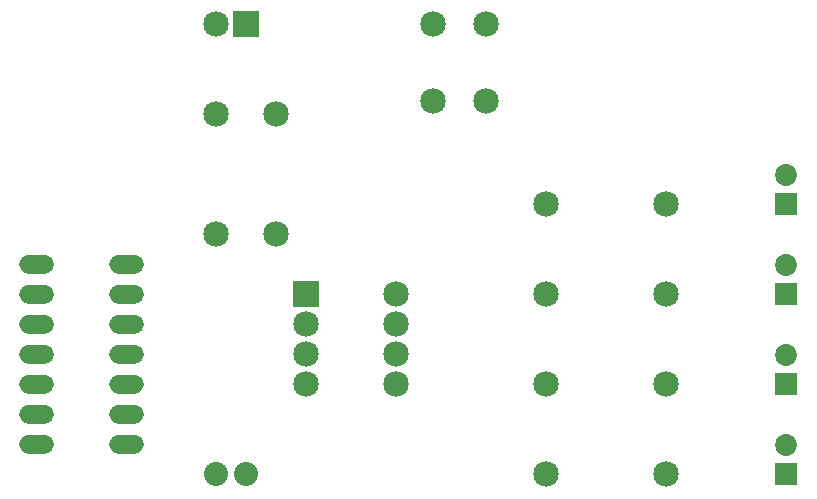
<source format=gts>
G04 MADE WITH FRITZING*
G04 WWW.FRITZING.ORG*
G04 DOUBLE SIDED*
G04 HOLES PLATED*
G04 CONTOUR ON CENTER OF CONTOUR VECTOR*
%ASAXBY*%
%FSLAX23Y23*%
%MOIN*%
%OFA0B0*%
%SFA1.0B1.0*%
%ADD10C,0.085000*%
%ADD11C,0.080000*%
%ADD12C,0.072992*%
%ADD13C,0.062000*%
%ADD14R,0.085000X0.085000*%
%ADD15R,0.072992X0.072992*%
%ADD16R,0.001000X0.001000*%
%LNMASK1*%
G90*
G70*
G54D10*
X1111Y1478D03*
X1111Y1078D03*
X911Y1478D03*
X911Y1078D03*
X1011Y1778D03*
X911Y1778D03*
G54D11*
X911Y278D03*
X1011Y278D03*
G54D10*
X1211Y878D03*
X1511Y878D03*
X1211Y778D03*
X1511Y778D03*
X1211Y678D03*
X1511Y678D03*
X1211Y578D03*
X1511Y578D03*
G54D12*
X2811Y1178D03*
X2811Y1276D03*
X2811Y578D03*
X2811Y676D03*
X2811Y878D03*
X2811Y976D03*
X2811Y278D03*
X2811Y376D03*
G54D10*
X1634Y1522D03*
X1634Y1778D03*
X1811Y1522D03*
X1811Y1778D03*
X2011Y878D03*
X2411Y878D03*
X2011Y578D03*
X2411Y578D03*
X2011Y1178D03*
X2411Y1178D03*
X2011Y278D03*
X2411Y278D03*
G54D13*
X311Y978D03*
X311Y878D03*
X311Y778D03*
X311Y678D03*
X311Y578D03*
X311Y478D03*
X311Y378D03*
X611Y378D03*
X611Y478D03*
X611Y578D03*
X611Y678D03*
X611Y778D03*
X611Y878D03*
X611Y978D03*
X311Y978D03*
X311Y878D03*
X311Y778D03*
X311Y678D03*
X311Y578D03*
X311Y478D03*
X311Y378D03*
X611Y378D03*
X611Y478D03*
X611Y578D03*
X611Y678D03*
X611Y778D03*
X611Y878D03*
X611Y978D03*
G54D14*
X1011Y1778D03*
X1211Y878D03*
G54D15*
X2811Y1178D03*
X2811Y578D03*
X2811Y878D03*
X2811Y278D03*
G54D16*
X283Y1009D02*
X340Y1009D01*
X583Y1009D02*
X640Y1009D01*
X278Y1008D02*
X345Y1008D01*
X578Y1008D02*
X645Y1008D01*
X275Y1007D02*
X348Y1007D01*
X575Y1007D02*
X648Y1007D01*
X273Y1006D02*
X350Y1006D01*
X573Y1006D02*
X650Y1006D01*
X271Y1005D02*
X352Y1005D01*
X571Y1005D02*
X652Y1005D01*
X269Y1004D02*
X354Y1004D01*
X569Y1004D02*
X654Y1004D01*
X268Y1003D02*
X356Y1003D01*
X568Y1003D02*
X656Y1003D01*
X266Y1002D02*
X357Y1002D01*
X566Y1002D02*
X657Y1002D01*
X265Y1001D02*
X358Y1001D01*
X565Y1001D02*
X658Y1001D01*
X264Y1000D02*
X359Y1000D01*
X564Y1000D02*
X659Y1000D01*
X263Y999D02*
X360Y999D01*
X563Y999D02*
X660Y999D01*
X262Y998D02*
X361Y998D01*
X562Y998D02*
X661Y998D01*
X262Y997D02*
X362Y997D01*
X561Y997D02*
X662Y997D01*
X261Y996D02*
X362Y996D01*
X561Y996D02*
X662Y996D01*
X260Y995D02*
X363Y995D01*
X560Y995D02*
X663Y995D01*
X260Y994D02*
X364Y994D01*
X560Y994D02*
X664Y994D01*
X259Y993D02*
X364Y993D01*
X559Y993D02*
X664Y993D01*
X258Y992D02*
X365Y992D01*
X558Y992D02*
X665Y992D01*
X258Y991D02*
X365Y991D01*
X558Y991D02*
X665Y991D01*
X258Y990D02*
X366Y990D01*
X558Y990D02*
X666Y990D01*
X257Y989D02*
X309Y989D01*
X314Y989D02*
X366Y989D01*
X557Y989D02*
X609Y989D01*
X614Y989D02*
X666Y989D01*
X257Y988D02*
X306Y988D01*
X317Y988D02*
X366Y988D01*
X557Y988D02*
X606Y988D01*
X617Y988D02*
X666Y988D01*
X256Y987D02*
X305Y987D01*
X319Y987D02*
X367Y987D01*
X556Y987D02*
X604Y987D01*
X619Y987D02*
X667Y987D01*
X256Y986D02*
X303Y986D01*
X320Y986D02*
X367Y986D01*
X556Y986D02*
X603Y986D01*
X620Y986D02*
X667Y986D01*
X256Y985D02*
X302Y985D01*
X321Y985D02*
X367Y985D01*
X556Y985D02*
X602Y985D01*
X621Y985D02*
X667Y985D01*
X256Y984D02*
X302Y984D01*
X321Y984D02*
X367Y984D01*
X556Y984D02*
X602Y984D01*
X621Y984D02*
X667Y984D01*
X256Y983D02*
X301Y983D01*
X322Y983D02*
X368Y983D01*
X556Y983D02*
X601Y983D01*
X622Y983D02*
X668Y983D01*
X255Y982D02*
X301Y982D01*
X322Y982D02*
X368Y982D01*
X555Y982D02*
X601Y982D01*
X622Y982D02*
X668Y982D01*
X255Y981D02*
X300Y981D01*
X323Y981D02*
X368Y981D01*
X555Y981D02*
X600Y981D01*
X623Y981D02*
X668Y981D01*
X255Y980D02*
X300Y980D01*
X323Y980D02*
X368Y980D01*
X555Y980D02*
X600Y980D01*
X623Y980D02*
X668Y980D01*
X255Y979D02*
X300Y979D01*
X323Y979D02*
X368Y979D01*
X555Y979D02*
X600Y979D01*
X623Y979D02*
X668Y979D01*
X255Y978D02*
X300Y978D01*
X323Y978D02*
X368Y978D01*
X555Y978D02*
X600Y978D01*
X623Y978D02*
X668Y978D01*
X255Y977D02*
X300Y977D01*
X323Y977D02*
X368Y977D01*
X555Y977D02*
X600Y977D01*
X623Y977D02*
X668Y977D01*
X255Y976D02*
X300Y976D01*
X323Y976D02*
X368Y976D01*
X555Y976D02*
X600Y976D01*
X623Y976D02*
X668Y976D01*
X255Y975D02*
X301Y975D01*
X323Y975D02*
X368Y975D01*
X555Y975D02*
X600Y975D01*
X623Y975D02*
X668Y975D01*
X255Y974D02*
X301Y974D01*
X322Y974D02*
X368Y974D01*
X555Y974D02*
X601Y974D01*
X622Y974D02*
X668Y974D01*
X256Y973D02*
X301Y973D01*
X322Y973D02*
X368Y973D01*
X556Y973D02*
X601Y973D01*
X622Y973D02*
X668Y973D01*
X256Y972D02*
X302Y972D01*
X321Y972D02*
X367Y972D01*
X556Y972D02*
X602Y972D01*
X621Y972D02*
X667Y972D01*
X256Y971D02*
X303Y971D01*
X320Y971D02*
X367Y971D01*
X556Y971D02*
X603Y971D01*
X620Y971D02*
X667Y971D01*
X256Y970D02*
X304Y970D01*
X319Y970D02*
X367Y970D01*
X556Y970D02*
X604Y970D01*
X619Y970D02*
X667Y970D01*
X257Y969D02*
X305Y969D01*
X318Y969D02*
X367Y969D01*
X557Y969D02*
X605Y969D01*
X618Y969D02*
X667Y969D01*
X257Y968D02*
X307Y968D01*
X316Y968D02*
X366Y968D01*
X557Y968D02*
X607Y968D01*
X616Y968D02*
X666Y968D01*
X257Y967D02*
X366Y967D01*
X557Y967D02*
X666Y967D01*
X258Y966D02*
X365Y966D01*
X558Y966D02*
X665Y966D01*
X258Y965D02*
X365Y965D01*
X558Y965D02*
X665Y965D01*
X259Y964D02*
X365Y964D01*
X559Y964D02*
X664Y964D01*
X259Y963D02*
X364Y963D01*
X559Y963D02*
X664Y963D01*
X260Y962D02*
X363Y962D01*
X560Y962D02*
X663Y962D01*
X260Y961D02*
X363Y961D01*
X560Y961D02*
X663Y961D01*
X261Y960D02*
X362Y960D01*
X561Y960D02*
X662Y960D01*
X262Y959D02*
X361Y959D01*
X562Y959D02*
X661Y959D01*
X263Y958D02*
X361Y958D01*
X563Y958D02*
X661Y958D01*
X264Y957D02*
X360Y957D01*
X563Y957D02*
X660Y957D01*
X264Y956D02*
X359Y956D01*
X564Y956D02*
X659Y956D01*
X266Y955D02*
X358Y955D01*
X566Y955D02*
X658Y955D01*
X267Y954D02*
X356Y954D01*
X567Y954D02*
X656Y954D01*
X268Y953D02*
X355Y953D01*
X568Y953D02*
X655Y953D01*
X270Y952D02*
X353Y952D01*
X570Y952D02*
X653Y952D01*
X271Y951D02*
X352Y951D01*
X571Y951D02*
X652Y951D01*
X273Y950D02*
X350Y950D01*
X573Y950D02*
X650Y950D01*
X276Y949D02*
X347Y949D01*
X576Y949D02*
X647Y949D01*
X279Y948D02*
X344Y948D01*
X579Y948D02*
X644Y948D01*
X283Y909D02*
X340Y909D01*
X583Y909D02*
X640Y909D01*
X278Y908D02*
X345Y908D01*
X578Y908D02*
X645Y908D01*
X275Y907D02*
X348Y907D01*
X575Y907D02*
X648Y907D01*
X273Y906D02*
X351Y906D01*
X573Y906D02*
X650Y906D01*
X271Y905D02*
X352Y905D01*
X571Y905D02*
X652Y905D01*
X269Y904D02*
X354Y904D01*
X569Y904D02*
X654Y904D01*
X268Y903D02*
X356Y903D01*
X568Y903D02*
X656Y903D01*
X266Y902D02*
X357Y902D01*
X566Y902D02*
X657Y902D01*
X265Y901D02*
X358Y901D01*
X565Y901D02*
X658Y901D01*
X264Y900D02*
X359Y900D01*
X564Y900D02*
X659Y900D01*
X263Y899D02*
X360Y899D01*
X563Y899D02*
X660Y899D01*
X262Y898D02*
X361Y898D01*
X562Y898D02*
X661Y898D01*
X262Y897D02*
X362Y897D01*
X561Y897D02*
X662Y897D01*
X261Y896D02*
X362Y896D01*
X561Y896D02*
X662Y896D01*
X260Y895D02*
X363Y895D01*
X560Y895D02*
X663Y895D01*
X260Y894D02*
X364Y894D01*
X559Y894D02*
X664Y894D01*
X259Y893D02*
X364Y893D01*
X559Y893D02*
X664Y893D01*
X258Y892D02*
X365Y892D01*
X558Y892D02*
X665Y892D01*
X258Y891D02*
X365Y891D01*
X558Y891D02*
X665Y891D01*
X258Y890D02*
X366Y890D01*
X558Y890D02*
X666Y890D01*
X257Y889D02*
X309Y889D01*
X314Y889D02*
X366Y889D01*
X557Y889D02*
X609Y889D01*
X614Y889D02*
X666Y889D01*
X257Y888D02*
X306Y888D01*
X317Y888D02*
X366Y888D01*
X557Y888D02*
X606Y888D01*
X617Y888D02*
X666Y888D01*
X256Y887D02*
X305Y887D01*
X319Y887D02*
X367Y887D01*
X556Y887D02*
X604Y887D01*
X619Y887D02*
X667Y887D01*
X256Y886D02*
X303Y886D01*
X320Y886D02*
X367Y886D01*
X556Y886D02*
X603Y886D01*
X620Y886D02*
X667Y886D01*
X256Y885D02*
X302Y885D01*
X321Y885D02*
X367Y885D01*
X556Y885D02*
X602Y885D01*
X621Y885D02*
X667Y885D01*
X256Y884D02*
X302Y884D01*
X321Y884D02*
X367Y884D01*
X556Y884D02*
X602Y884D01*
X621Y884D02*
X667Y884D01*
X256Y883D02*
X301Y883D01*
X322Y883D02*
X368Y883D01*
X556Y883D02*
X601Y883D01*
X622Y883D02*
X668Y883D01*
X255Y882D02*
X301Y882D01*
X322Y882D02*
X368Y882D01*
X555Y882D02*
X601Y882D01*
X622Y882D02*
X668Y882D01*
X255Y881D02*
X300Y881D01*
X323Y881D02*
X368Y881D01*
X555Y881D02*
X600Y881D01*
X623Y881D02*
X668Y881D01*
X255Y880D02*
X300Y880D01*
X323Y880D02*
X368Y880D01*
X555Y880D02*
X600Y880D01*
X623Y880D02*
X668Y880D01*
X255Y879D02*
X300Y879D01*
X323Y879D02*
X368Y879D01*
X555Y879D02*
X600Y879D01*
X623Y879D02*
X668Y879D01*
X255Y878D02*
X300Y878D01*
X323Y878D02*
X368Y878D01*
X555Y878D02*
X600Y878D01*
X623Y878D02*
X668Y878D01*
X255Y877D02*
X300Y877D01*
X323Y877D02*
X368Y877D01*
X555Y877D02*
X600Y877D01*
X623Y877D02*
X668Y877D01*
X255Y876D02*
X300Y876D01*
X323Y876D02*
X368Y876D01*
X555Y876D02*
X600Y876D01*
X623Y876D02*
X668Y876D01*
X255Y875D02*
X301Y875D01*
X323Y875D02*
X368Y875D01*
X555Y875D02*
X600Y875D01*
X623Y875D02*
X668Y875D01*
X255Y874D02*
X301Y874D01*
X322Y874D02*
X368Y874D01*
X555Y874D02*
X601Y874D01*
X622Y874D02*
X668Y874D01*
X256Y873D02*
X301Y873D01*
X322Y873D02*
X368Y873D01*
X556Y873D02*
X601Y873D01*
X622Y873D02*
X668Y873D01*
X256Y872D02*
X302Y872D01*
X321Y872D02*
X367Y872D01*
X556Y872D02*
X602Y872D01*
X621Y872D02*
X667Y872D01*
X256Y871D02*
X303Y871D01*
X320Y871D02*
X367Y871D01*
X556Y871D02*
X603Y871D01*
X620Y871D02*
X667Y871D01*
X256Y870D02*
X304Y870D01*
X319Y870D02*
X367Y870D01*
X556Y870D02*
X604Y870D01*
X619Y870D02*
X667Y870D01*
X257Y869D02*
X305Y869D01*
X318Y869D02*
X367Y869D01*
X557Y869D02*
X605Y869D01*
X618Y869D02*
X667Y869D01*
X257Y868D02*
X307Y868D01*
X316Y868D02*
X366Y868D01*
X557Y868D02*
X607Y868D01*
X616Y868D02*
X666Y868D01*
X257Y867D02*
X366Y867D01*
X557Y867D02*
X666Y867D01*
X258Y866D02*
X365Y866D01*
X558Y866D02*
X665Y866D01*
X258Y865D02*
X365Y865D01*
X558Y865D02*
X665Y865D01*
X259Y864D02*
X365Y864D01*
X559Y864D02*
X664Y864D01*
X259Y863D02*
X364Y863D01*
X559Y863D02*
X664Y863D01*
X260Y862D02*
X363Y862D01*
X560Y862D02*
X663Y862D01*
X260Y861D02*
X363Y861D01*
X560Y861D02*
X663Y861D01*
X261Y860D02*
X362Y860D01*
X561Y860D02*
X662Y860D01*
X262Y859D02*
X361Y859D01*
X562Y859D02*
X661Y859D01*
X263Y858D02*
X361Y858D01*
X563Y858D02*
X661Y858D01*
X264Y857D02*
X360Y857D01*
X563Y857D02*
X660Y857D01*
X264Y856D02*
X359Y856D01*
X564Y856D02*
X659Y856D01*
X266Y855D02*
X358Y855D01*
X566Y855D02*
X658Y855D01*
X267Y854D02*
X356Y854D01*
X567Y854D02*
X656Y854D01*
X268Y853D02*
X355Y853D01*
X568Y853D02*
X655Y853D01*
X270Y852D02*
X353Y852D01*
X570Y852D02*
X653Y852D01*
X271Y851D02*
X352Y851D01*
X571Y851D02*
X652Y851D01*
X273Y850D02*
X350Y850D01*
X573Y850D02*
X650Y850D01*
X276Y849D02*
X347Y849D01*
X576Y849D02*
X647Y849D01*
X279Y848D02*
X344Y848D01*
X579Y848D02*
X644Y848D01*
X283Y809D02*
X340Y809D01*
X583Y809D02*
X640Y809D01*
X278Y808D02*
X345Y808D01*
X578Y808D02*
X645Y808D01*
X275Y807D02*
X348Y807D01*
X575Y807D02*
X648Y807D01*
X273Y806D02*
X351Y806D01*
X573Y806D02*
X651Y806D01*
X271Y805D02*
X352Y805D01*
X571Y805D02*
X652Y805D01*
X269Y804D02*
X354Y804D01*
X569Y804D02*
X654Y804D01*
X268Y803D02*
X356Y803D01*
X568Y803D02*
X656Y803D01*
X266Y802D02*
X357Y802D01*
X566Y802D02*
X657Y802D01*
X265Y801D02*
X358Y801D01*
X565Y801D02*
X658Y801D01*
X264Y800D02*
X359Y800D01*
X564Y800D02*
X659Y800D01*
X263Y799D02*
X360Y799D01*
X563Y799D02*
X660Y799D01*
X262Y798D02*
X361Y798D01*
X562Y798D02*
X661Y798D01*
X262Y797D02*
X362Y797D01*
X561Y797D02*
X662Y797D01*
X261Y796D02*
X362Y796D01*
X561Y796D02*
X662Y796D01*
X260Y795D02*
X363Y795D01*
X560Y795D02*
X663Y795D01*
X260Y794D02*
X364Y794D01*
X559Y794D02*
X664Y794D01*
X259Y793D02*
X364Y793D01*
X559Y793D02*
X664Y793D01*
X258Y792D02*
X365Y792D01*
X558Y792D02*
X665Y792D01*
X258Y791D02*
X365Y791D01*
X558Y791D02*
X665Y791D01*
X258Y790D02*
X366Y790D01*
X557Y790D02*
X666Y790D01*
X257Y789D02*
X309Y789D01*
X314Y789D02*
X366Y789D01*
X557Y789D02*
X609Y789D01*
X614Y789D02*
X666Y789D01*
X257Y788D02*
X306Y788D01*
X317Y788D02*
X366Y788D01*
X557Y788D02*
X606Y788D01*
X617Y788D02*
X666Y788D01*
X256Y787D02*
X304Y787D01*
X319Y787D02*
X367Y787D01*
X556Y787D02*
X604Y787D01*
X619Y787D02*
X667Y787D01*
X256Y786D02*
X303Y786D01*
X320Y786D02*
X367Y786D01*
X556Y786D02*
X603Y786D01*
X620Y786D02*
X667Y786D01*
X256Y785D02*
X302Y785D01*
X321Y785D02*
X367Y785D01*
X556Y785D02*
X602Y785D01*
X621Y785D02*
X667Y785D01*
X256Y784D02*
X302Y784D01*
X321Y784D02*
X367Y784D01*
X556Y784D02*
X602Y784D01*
X621Y784D02*
X667Y784D01*
X256Y783D02*
X301Y783D01*
X322Y783D02*
X368Y783D01*
X555Y783D02*
X601Y783D01*
X622Y783D02*
X668Y783D01*
X255Y782D02*
X301Y782D01*
X322Y782D02*
X368Y782D01*
X555Y782D02*
X601Y782D01*
X622Y782D02*
X668Y782D01*
X255Y781D02*
X300Y781D01*
X323Y781D02*
X368Y781D01*
X555Y781D02*
X600Y781D01*
X623Y781D02*
X668Y781D01*
X255Y780D02*
X300Y780D01*
X323Y780D02*
X368Y780D01*
X555Y780D02*
X600Y780D01*
X623Y780D02*
X668Y780D01*
X255Y779D02*
X300Y779D01*
X323Y779D02*
X368Y779D01*
X555Y779D02*
X600Y779D01*
X623Y779D02*
X668Y779D01*
X255Y778D02*
X300Y778D01*
X323Y778D02*
X368Y778D01*
X555Y778D02*
X600Y778D01*
X623Y778D02*
X668Y778D01*
X255Y777D02*
X300Y777D01*
X323Y777D02*
X368Y777D01*
X555Y777D02*
X600Y777D01*
X623Y777D02*
X668Y777D01*
X255Y776D02*
X300Y776D01*
X323Y776D02*
X368Y776D01*
X555Y776D02*
X600Y776D01*
X623Y776D02*
X668Y776D01*
X255Y775D02*
X301Y775D01*
X323Y775D02*
X368Y775D01*
X555Y775D02*
X601Y775D01*
X623Y775D02*
X668Y775D01*
X255Y774D02*
X301Y774D01*
X322Y774D02*
X368Y774D01*
X555Y774D02*
X601Y774D01*
X622Y774D02*
X668Y774D01*
X256Y773D02*
X301Y773D01*
X322Y773D02*
X368Y773D01*
X556Y773D02*
X601Y773D01*
X622Y773D02*
X668Y773D01*
X256Y772D02*
X302Y772D01*
X321Y772D02*
X367Y772D01*
X556Y772D02*
X602Y772D01*
X621Y772D02*
X667Y772D01*
X256Y771D02*
X303Y771D01*
X320Y771D02*
X367Y771D01*
X556Y771D02*
X603Y771D01*
X620Y771D02*
X667Y771D01*
X256Y770D02*
X304Y770D01*
X319Y770D02*
X367Y770D01*
X556Y770D02*
X604Y770D01*
X619Y770D02*
X667Y770D01*
X257Y769D02*
X305Y769D01*
X318Y769D02*
X367Y769D01*
X557Y769D02*
X605Y769D01*
X618Y769D02*
X667Y769D01*
X257Y768D02*
X307Y768D01*
X316Y768D02*
X366Y768D01*
X557Y768D02*
X607Y768D01*
X616Y768D02*
X666Y768D01*
X257Y767D02*
X366Y767D01*
X557Y767D02*
X666Y767D01*
X258Y766D02*
X365Y766D01*
X558Y766D02*
X665Y766D01*
X258Y765D02*
X365Y765D01*
X558Y765D02*
X665Y765D01*
X259Y764D02*
X365Y764D01*
X559Y764D02*
X664Y764D01*
X259Y763D02*
X364Y763D01*
X559Y763D02*
X664Y763D01*
X260Y762D02*
X363Y762D01*
X560Y762D02*
X663Y762D01*
X260Y761D02*
X363Y761D01*
X560Y761D02*
X663Y761D01*
X261Y760D02*
X362Y760D01*
X561Y760D02*
X662Y760D01*
X262Y759D02*
X361Y759D01*
X562Y759D02*
X661Y759D01*
X263Y758D02*
X361Y758D01*
X563Y758D02*
X661Y758D01*
X264Y757D02*
X360Y757D01*
X563Y757D02*
X660Y757D01*
X264Y756D02*
X359Y756D01*
X564Y756D02*
X659Y756D01*
X266Y755D02*
X358Y755D01*
X566Y755D02*
X658Y755D01*
X267Y754D02*
X356Y754D01*
X567Y754D02*
X656Y754D01*
X268Y753D02*
X355Y753D01*
X568Y753D02*
X655Y753D01*
X270Y752D02*
X353Y752D01*
X570Y752D02*
X653Y752D01*
X271Y751D02*
X352Y751D01*
X571Y751D02*
X652Y751D01*
X273Y750D02*
X350Y750D01*
X573Y750D02*
X650Y750D01*
X276Y749D02*
X347Y749D01*
X576Y749D02*
X647Y749D01*
X279Y748D02*
X344Y748D01*
X579Y748D02*
X644Y748D01*
X283Y709D02*
X340Y709D01*
X583Y709D02*
X640Y709D01*
X278Y708D02*
X345Y708D01*
X578Y708D02*
X645Y708D01*
X275Y707D02*
X348Y707D01*
X575Y707D02*
X648Y707D01*
X273Y706D02*
X351Y706D01*
X573Y706D02*
X651Y706D01*
X271Y705D02*
X352Y705D01*
X571Y705D02*
X652Y705D01*
X269Y704D02*
X354Y704D01*
X569Y704D02*
X654Y704D01*
X268Y703D02*
X356Y703D01*
X568Y703D02*
X656Y703D01*
X266Y702D02*
X357Y702D01*
X566Y702D02*
X657Y702D01*
X265Y701D02*
X358Y701D01*
X565Y701D02*
X658Y701D01*
X264Y700D02*
X359Y700D01*
X564Y700D02*
X659Y700D01*
X263Y699D02*
X360Y699D01*
X563Y699D02*
X660Y699D01*
X262Y698D02*
X361Y698D01*
X562Y698D02*
X661Y698D01*
X262Y697D02*
X362Y697D01*
X561Y697D02*
X662Y697D01*
X261Y696D02*
X362Y696D01*
X561Y696D02*
X662Y696D01*
X260Y695D02*
X363Y695D01*
X560Y695D02*
X663Y695D01*
X260Y694D02*
X364Y694D01*
X559Y694D02*
X664Y694D01*
X259Y693D02*
X364Y693D01*
X559Y693D02*
X664Y693D01*
X258Y692D02*
X365Y692D01*
X558Y692D02*
X665Y692D01*
X258Y691D02*
X365Y691D01*
X558Y691D02*
X665Y691D01*
X258Y690D02*
X366Y690D01*
X557Y690D02*
X666Y690D01*
X257Y689D02*
X309Y689D01*
X314Y689D02*
X366Y689D01*
X557Y689D02*
X609Y689D01*
X614Y689D02*
X666Y689D01*
X257Y688D02*
X306Y688D01*
X317Y688D02*
X366Y688D01*
X557Y688D02*
X606Y688D01*
X617Y688D02*
X666Y688D01*
X256Y687D02*
X304Y687D01*
X319Y687D02*
X367Y687D01*
X556Y687D02*
X604Y687D01*
X619Y687D02*
X667Y687D01*
X256Y686D02*
X303Y686D01*
X320Y686D02*
X367Y686D01*
X556Y686D02*
X603Y686D01*
X620Y686D02*
X667Y686D01*
X256Y685D02*
X302Y685D01*
X321Y685D02*
X367Y685D01*
X556Y685D02*
X602Y685D01*
X621Y685D02*
X667Y685D01*
X256Y684D02*
X302Y684D01*
X321Y684D02*
X367Y684D01*
X556Y684D02*
X602Y684D01*
X621Y684D02*
X667Y684D01*
X256Y683D02*
X301Y683D01*
X322Y683D02*
X368Y683D01*
X555Y683D02*
X601Y683D01*
X622Y683D02*
X668Y683D01*
X255Y682D02*
X301Y682D01*
X322Y682D02*
X368Y682D01*
X555Y682D02*
X601Y682D01*
X622Y682D02*
X668Y682D01*
X255Y681D02*
X300Y681D01*
X323Y681D02*
X368Y681D01*
X555Y681D02*
X600Y681D01*
X623Y681D02*
X668Y681D01*
X255Y680D02*
X300Y680D01*
X323Y680D02*
X368Y680D01*
X555Y680D02*
X600Y680D01*
X623Y680D02*
X668Y680D01*
X255Y679D02*
X300Y679D01*
X323Y679D02*
X368Y679D01*
X555Y679D02*
X600Y679D01*
X623Y679D02*
X668Y679D01*
X255Y678D02*
X300Y678D01*
X323Y678D02*
X368Y678D01*
X555Y678D02*
X600Y678D01*
X623Y678D02*
X668Y678D01*
X255Y677D02*
X300Y677D01*
X323Y677D02*
X368Y677D01*
X555Y677D02*
X600Y677D01*
X623Y677D02*
X668Y677D01*
X255Y676D02*
X300Y676D01*
X323Y676D02*
X368Y676D01*
X555Y676D02*
X600Y676D01*
X623Y676D02*
X668Y676D01*
X255Y675D02*
X301Y675D01*
X323Y675D02*
X368Y675D01*
X555Y675D02*
X601Y675D01*
X623Y675D02*
X668Y675D01*
X255Y674D02*
X301Y674D01*
X322Y674D02*
X368Y674D01*
X555Y674D02*
X601Y674D01*
X622Y674D02*
X668Y674D01*
X256Y673D02*
X301Y673D01*
X322Y673D02*
X368Y673D01*
X556Y673D02*
X601Y673D01*
X622Y673D02*
X668Y673D01*
X256Y672D02*
X302Y672D01*
X321Y672D02*
X367Y672D01*
X556Y672D02*
X602Y672D01*
X621Y672D02*
X667Y672D01*
X256Y671D02*
X303Y671D01*
X320Y671D02*
X367Y671D01*
X556Y671D02*
X603Y671D01*
X620Y671D02*
X667Y671D01*
X256Y670D02*
X304Y670D01*
X319Y670D02*
X367Y670D01*
X556Y670D02*
X604Y670D01*
X619Y670D02*
X667Y670D01*
X257Y669D02*
X305Y669D01*
X318Y669D02*
X367Y669D01*
X557Y669D02*
X605Y669D01*
X618Y669D02*
X667Y669D01*
X257Y668D02*
X307Y668D01*
X316Y668D02*
X366Y668D01*
X557Y668D02*
X607Y668D01*
X616Y668D02*
X666Y668D01*
X257Y667D02*
X366Y667D01*
X557Y667D02*
X666Y667D01*
X258Y666D02*
X365Y666D01*
X558Y666D02*
X665Y666D01*
X258Y665D02*
X365Y665D01*
X558Y665D02*
X665Y665D01*
X259Y664D02*
X365Y664D01*
X559Y664D02*
X664Y664D01*
X259Y663D02*
X364Y663D01*
X559Y663D02*
X664Y663D01*
X260Y662D02*
X363Y662D01*
X560Y662D02*
X663Y662D01*
X260Y661D02*
X363Y661D01*
X560Y661D02*
X663Y661D01*
X261Y660D02*
X362Y660D01*
X561Y660D02*
X662Y660D01*
X262Y659D02*
X361Y659D01*
X562Y659D02*
X661Y659D01*
X263Y658D02*
X361Y658D01*
X563Y658D02*
X661Y658D01*
X264Y657D02*
X360Y657D01*
X563Y657D02*
X660Y657D01*
X264Y656D02*
X359Y656D01*
X564Y656D02*
X659Y656D01*
X266Y655D02*
X358Y655D01*
X566Y655D02*
X658Y655D01*
X267Y654D02*
X356Y654D01*
X567Y654D02*
X656Y654D01*
X268Y653D02*
X355Y653D01*
X568Y653D02*
X655Y653D01*
X270Y652D02*
X353Y652D01*
X570Y652D02*
X653Y652D01*
X271Y651D02*
X352Y651D01*
X571Y651D02*
X652Y651D01*
X274Y650D02*
X350Y650D01*
X573Y650D02*
X650Y650D01*
X276Y649D02*
X347Y649D01*
X576Y649D02*
X647Y649D01*
X279Y648D02*
X344Y648D01*
X579Y648D02*
X644Y648D01*
X283Y609D02*
X340Y609D01*
X583Y609D02*
X640Y609D01*
X278Y608D02*
X345Y608D01*
X578Y608D02*
X645Y608D01*
X275Y607D02*
X348Y607D01*
X575Y607D02*
X648Y607D01*
X273Y606D02*
X351Y606D01*
X573Y606D02*
X651Y606D01*
X271Y605D02*
X353Y605D01*
X571Y605D02*
X652Y605D01*
X269Y604D02*
X354Y604D01*
X569Y604D02*
X654Y604D01*
X268Y603D02*
X356Y603D01*
X568Y603D02*
X656Y603D01*
X266Y602D02*
X357Y602D01*
X566Y602D02*
X657Y602D01*
X265Y601D02*
X358Y601D01*
X565Y601D02*
X658Y601D01*
X264Y600D02*
X359Y600D01*
X564Y600D02*
X659Y600D01*
X263Y599D02*
X360Y599D01*
X563Y599D02*
X660Y599D01*
X262Y598D02*
X361Y598D01*
X562Y598D02*
X661Y598D01*
X261Y597D02*
X362Y597D01*
X561Y597D02*
X662Y597D01*
X261Y596D02*
X362Y596D01*
X561Y596D02*
X662Y596D01*
X260Y595D02*
X363Y595D01*
X560Y595D02*
X663Y595D01*
X260Y594D02*
X364Y594D01*
X559Y594D02*
X664Y594D01*
X259Y593D02*
X364Y593D01*
X559Y593D02*
X664Y593D01*
X258Y592D02*
X365Y592D01*
X558Y592D02*
X665Y592D01*
X258Y591D02*
X365Y591D01*
X558Y591D02*
X665Y591D01*
X258Y590D02*
X366Y590D01*
X557Y590D02*
X666Y590D01*
X257Y589D02*
X309Y589D01*
X314Y589D02*
X366Y589D01*
X557Y589D02*
X609Y589D01*
X614Y589D02*
X666Y589D01*
X257Y588D02*
X306Y588D01*
X317Y588D02*
X366Y588D01*
X557Y588D02*
X606Y588D01*
X617Y588D02*
X666Y588D01*
X256Y587D02*
X304Y587D01*
X319Y587D02*
X367Y587D01*
X556Y587D02*
X604Y587D01*
X619Y587D02*
X667Y587D01*
X256Y586D02*
X303Y586D01*
X320Y586D02*
X367Y586D01*
X556Y586D02*
X603Y586D01*
X620Y586D02*
X667Y586D01*
X256Y585D02*
X302Y585D01*
X321Y585D02*
X367Y585D01*
X556Y585D02*
X602Y585D01*
X621Y585D02*
X667Y585D01*
X256Y584D02*
X302Y584D01*
X321Y584D02*
X367Y584D01*
X556Y584D02*
X602Y584D01*
X621Y584D02*
X667Y584D01*
X256Y583D02*
X301Y583D01*
X322Y583D02*
X368Y583D01*
X555Y583D02*
X601Y583D01*
X622Y583D02*
X668Y583D01*
X255Y582D02*
X301Y582D01*
X322Y582D02*
X368Y582D01*
X555Y582D02*
X601Y582D01*
X622Y582D02*
X668Y582D01*
X255Y581D02*
X300Y581D01*
X323Y581D02*
X368Y581D01*
X555Y581D02*
X600Y581D01*
X623Y581D02*
X668Y581D01*
X255Y580D02*
X300Y580D01*
X323Y580D02*
X368Y580D01*
X555Y580D02*
X600Y580D01*
X623Y580D02*
X668Y580D01*
X255Y579D02*
X300Y579D01*
X323Y579D02*
X368Y579D01*
X555Y579D02*
X600Y579D01*
X623Y579D02*
X668Y579D01*
X255Y578D02*
X300Y578D01*
X323Y578D02*
X368Y578D01*
X555Y578D02*
X600Y578D01*
X623Y578D02*
X668Y578D01*
X255Y577D02*
X300Y577D01*
X323Y577D02*
X368Y577D01*
X555Y577D02*
X600Y577D01*
X623Y577D02*
X668Y577D01*
X255Y576D02*
X300Y576D01*
X323Y576D02*
X368Y576D01*
X555Y576D02*
X600Y576D01*
X623Y576D02*
X668Y576D01*
X255Y575D02*
X301Y575D01*
X323Y575D02*
X368Y575D01*
X555Y575D02*
X601Y575D01*
X623Y575D02*
X668Y575D01*
X255Y574D02*
X301Y574D01*
X322Y574D02*
X368Y574D01*
X555Y574D02*
X601Y574D01*
X622Y574D02*
X668Y574D01*
X256Y573D02*
X301Y573D01*
X322Y573D02*
X368Y573D01*
X556Y573D02*
X601Y573D01*
X622Y573D02*
X668Y573D01*
X256Y572D02*
X302Y572D01*
X321Y572D02*
X367Y572D01*
X556Y572D02*
X602Y572D01*
X621Y572D02*
X667Y572D01*
X256Y571D02*
X303Y571D01*
X320Y571D02*
X367Y571D01*
X556Y571D02*
X603Y571D01*
X620Y571D02*
X667Y571D01*
X256Y570D02*
X304Y570D01*
X319Y570D02*
X367Y570D01*
X556Y570D02*
X604Y570D01*
X619Y570D02*
X667Y570D01*
X257Y569D02*
X305Y569D01*
X318Y569D02*
X367Y569D01*
X557Y569D02*
X605Y569D01*
X618Y569D02*
X667Y569D01*
X257Y568D02*
X307Y568D01*
X316Y568D02*
X366Y568D01*
X557Y568D02*
X607Y568D01*
X616Y568D02*
X666Y568D01*
X257Y567D02*
X366Y567D01*
X557Y567D02*
X666Y567D01*
X258Y566D02*
X365Y566D01*
X558Y566D02*
X665Y566D01*
X258Y565D02*
X365Y565D01*
X558Y565D02*
X665Y565D01*
X259Y564D02*
X364Y564D01*
X559Y564D02*
X664Y564D01*
X259Y563D02*
X364Y563D01*
X559Y563D02*
X664Y563D01*
X260Y562D02*
X363Y562D01*
X560Y562D02*
X663Y562D01*
X260Y561D02*
X363Y561D01*
X560Y561D02*
X663Y561D01*
X261Y560D02*
X362Y560D01*
X561Y560D02*
X662Y560D01*
X262Y559D02*
X361Y559D01*
X562Y559D02*
X661Y559D01*
X263Y558D02*
X361Y558D01*
X563Y558D02*
X660Y558D01*
X264Y557D02*
X360Y557D01*
X564Y557D02*
X660Y557D01*
X265Y556D02*
X359Y556D01*
X564Y556D02*
X659Y556D01*
X266Y555D02*
X358Y555D01*
X566Y555D02*
X658Y555D01*
X267Y554D02*
X356Y554D01*
X567Y554D02*
X656Y554D01*
X268Y553D02*
X355Y553D01*
X568Y553D02*
X655Y553D01*
X270Y552D02*
X353Y552D01*
X570Y552D02*
X653Y552D01*
X271Y551D02*
X352Y551D01*
X571Y551D02*
X652Y551D01*
X274Y550D02*
X350Y550D01*
X573Y550D02*
X650Y550D01*
X276Y549D02*
X347Y549D01*
X576Y549D02*
X647Y549D01*
X280Y548D02*
X344Y548D01*
X579Y548D02*
X644Y548D01*
X283Y509D02*
X341Y509D01*
X583Y509D02*
X641Y509D01*
X278Y508D02*
X345Y508D01*
X578Y508D02*
X645Y508D01*
X275Y507D02*
X348Y507D01*
X575Y507D02*
X648Y507D01*
X273Y506D02*
X351Y506D01*
X573Y506D02*
X651Y506D01*
X271Y505D02*
X353Y505D01*
X571Y505D02*
X652Y505D01*
X269Y504D02*
X354Y504D01*
X569Y504D02*
X654Y504D01*
X268Y503D02*
X356Y503D01*
X568Y503D02*
X656Y503D01*
X266Y502D02*
X357Y502D01*
X566Y502D02*
X657Y502D01*
X265Y501D02*
X358Y501D01*
X565Y501D02*
X658Y501D01*
X264Y500D02*
X359Y500D01*
X564Y500D02*
X659Y500D01*
X263Y499D02*
X360Y499D01*
X563Y499D02*
X660Y499D01*
X262Y498D02*
X361Y498D01*
X562Y498D02*
X661Y498D01*
X261Y497D02*
X362Y497D01*
X561Y497D02*
X662Y497D01*
X261Y496D02*
X362Y496D01*
X561Y496D02*
X662Y496D01*
X260Y495D02*
X363Y495D01*
X560Y495D02*
X663Y495D01*
X260Y494D02*
X364Y494D01*
X559Y494D02*
X664Y494D01*
X259Y493D02*
X364Y493D01*
X559Y493D02*
X664Y493D01*
X258Y492D02*
X365Y492D01*
X558Y492D02*
X665Y492D01*
X258Y491D02*
X365Y491D01*
X558Y491D02*
X665Y491D01*
X258Y490D02*
X366Y490D01*
X557Y490D02*
X666Y490D01*
X257Y489D02*
X309Y489D01*
X314Y489D02*
X366Y489D01*
X557Y489D02*
X609Y489D01*
X614Y489D02*
X666Y489D01*
X257Y488D02*
X306Y488D01*
X317Y488D02*
X366Y488D01*
X557Y488D02*
X606Y488D01*
X617Y488D02*
X666Y488D01*
X256Y487D02*
X304Y487D01*
X319Y487D02*
X367Y487D01*
X556Y487D02*
X604Y487D01*
X619Y487D02*
X667Y487D01*
X256Y486D02*
X303Y486D01*
X320Y486D02*
X367Y486D01*
X556Y486D02*
X603Y486D01*
X620Y486D02*
X667Y486D01*
X256Y485D02*
X302Y485D01*
X321Y485D02*
X367Y485D01*
X556Y485D02*
X602Y485D01*
X621Y485D02*
X667Y485D01*
X256Y484D02*
X302Y484D01*
X321Y484D02*
X367Y484D01*
X556Y484D02*
X602Y484D01*
X621Y484D02*
X667Y484D01*
X256Y483D02*
X301Y483D01*
X322Y483D02*
X368Y483D01*
X555Y483D02*
X601Y483D01*
X622Y483D02*
X668Y483D01*
X255Y482D02*
X301Y482D01*
X322Y482D02*
X368Y482D01*
X555Y482D02*
X601Y482D01*
X622Y482D02*
X668Y482D01*
X255Y481D02*
X300Y481D01*
X323Y481D02*
X368Y481D01*
X555Y481D02*
X600Y481D01*
X623Y481D02*
X668Y481D01*
X255Y480D02*
X300Y480D01*
X323Y480D02*
X368Y480D01*
X555Y480D02*
X600Y480D01*
X623Y480D02*
X668Y480D01*
X255Y479D02*
X300Y479D01*
X323Y479D02*
X368Y479D01*
X555Y479D02*
X600Y479D01*
X623Y479D02*
X668Y479D01*
X255Y478D02*
X300Y478D01*
X323Y478D02*
X368Y478D01*
X555Y478D02*
X600Y478D01*
X623Y478D02*
X668Y478D01*
X255Y477D02*
X300Y477D01*
X323Y477D02*
X368Y477D01*
X555Y477D02*
X600Y477D01*
X623Y477D02*
X668Y477D01*
X255Y476D02*
X300Y476D01*
X323Y476D02*
X368Y476D01*
X555Y476D02*
X600Y476D01*
X623Y476D02*
X668Y476D01*
X255Y475D02*
X301Y475D01*
X323Y475D02*
X368Y475D01*
X555Y475D02*
X601Y475D01*
X623Y475D02*
X668Y475D01*
X255Y474D02*
X301Y474D01*
X322Y474D02*
X368Y474D01*
X555Y474D02*
X601Y474D01*
X622Y474D02*
X668Y474D01*
X256Y473D02*
X301Y473D01*
X322Y473D02*
X368Y473D01*
X556Y473D02*
X601Y473D01*
X622Y473D02*
X668Y473D01*
X256Y472D02*
X302Y472D01*
X321Y472D02*
X367Y472D01*
X556Y472D02*
X602Y472D01*
X621Y472D02*
X667Y472D01*
X256Y471D02*
X303Y471D01*
X320Y471D02*
X367Y471D01*
X556Y471D02*
X603Y471D01*
X620Y471D02*
X667Y471D01*
X256Y470D02*
X304Y470D01*
X319Y470D02*
X367Y470D01*
X556Y470D02*
X604Y470D01*
X619Y470D02*
X667Y470D01*
X257Y469D02*
X305Y469D01*
X318Y469D02*
X367Y469D01*
X557Y469D02*
X605Y469D01*
X618Y469D02*
X667Y469D01*
X257Y468D02*
X307Y468D01*
X316Y468D02*
X366Y468D01*
X557Y468D02*
X607Y468D01*
X616Y468D02*
X666Y468D01*
X257Y467D02*
X366Y467D01*
X557Y467D02*
X666Y467D01*
X258Y466D02*
X365Y466D01*
X558Y466D02*
X665Y466D01*
X258Y465D02*
X365Y465D01*
X558Y465D02*
X665Y465D01*
X259Y464D02*
X364Y464D01*
X559Y464D02*
X664Y464D01*
X259Y463D02*
X364Y463D01*
X559Y463D02*
X664Y463D01*
X260Y462D02*
X363Y462D01*
X560Y462D02*
X663Y462D01*
X260Y461D02*
X363Y461D01*
X560Y461D02*
X663Y461D01*
X261Y460D02*
X362Y460D01*
X561Y460D02*
X662Y460D01*
X262Y459D02*
X361Y459D01*
X562Y459D02*
X661Y459D01*
X263Y458D02*
X361Y458D01*
X563Y458D02*
X660Y458D01*
X264Y457D02*
X360Y457D01*
X564Y457D02*
X660Y457D01*
X265Y456D02*
X359Y456D01*
X564Y456D02*
X659Y456D01*
X266Y455D02*
X358Y455D01*
X566Y455D02*
X658Y455D01*
X267Y454D02*
X356Y454D01*
X567Y454D02*
X656Y454D01*
X268Y453D02*
X355Y453D01*
X568Y453D02*
X655Y453D01*
X270Y452D02*
X353Y452D01*
X570Y452D02*
X653Y452D01*
X271Y451D02*
X352Y451D01*
X571Y451D02*
X652Y451D01*
X274Y450D02*
X350Y450D01*
X574Y450D02*
X650Y450D01*
X276Y449D02*
X347Y449D01*
X576Y449D02*
X647Y449D01*
X280Y448D02*
X344Y448D01*
X580Y448D02*
X644Y448D01*
X283Y409D02*
X341Y409D01*
X583Y409D02*
X641Y409D01*
X278Y408D02*
X345Y408D01*
X578Y408D02*
X645Y408D01*
X275Y407D02*
X348Y407D01*
X575Y407D02*
X648Y407D01*
X273Y406D02*
X351Y406D01*
X573Y406D02*
X651Y406D01*
X271Y405D02*
X353Y405D01*
X571Y405D02*
X653Y405D01*
X269Y404D02*
X354Y404D01*
X569Y404D02*
X654Y404D01*
X268Y403D02*
X356Y403D01*
X568Y403D02*
X656Y403D01*
X266Y402D02*
X357Y402D01*
X566Y402D02*
X657Y402D01*
X265Y401D02*
X358Y401D01*
X565Y401D02*
X658Y401D01*
X264Y400D02*
X359Y400D01*
X564Y400D02*
X659Y400D01*
X263Y399D02*
X360Y399D01*
X563Y399D02*
X660Y399D01*
X262Y398D02*
X361Y398D01*
X562Y398D02*
X661Y398D01*
X261Y397D02*
X362Y397D01*
X561Y397D02*
X662Y397D01*
X261Y396D02*
X362Y396D01*
X561Y396D02*
X662Y396D01*
X260Y395D02*
X363Y395D01*
X560Y395D02*
X663Y395D01*
X260Y394D02*
X364Y394D01*
X559Y394D02*
X664Y394D01*
X259Y393D02*
X364Y393D01*
X559Y393D02*
X664Y393D01*
X258Y392D02*
X365Y392D01*
X558Y392D02*
X665Y392D01*
X258Y391D02*
X365Y391D01*
X558Y391D02*
X665Y391D01*
X258Y390D02*
X366Y390D01*
X557Y390D02*
X666Y390D01*
X257Y389D02*
X309Y389D01*
X314Y389D02*
X366Y389D01*
X557Y389D02*
X609Y389D01*
X614Y389D02*
X666Y389D01*
X257Y388D02*
X306Y388D01*
X317Y388D02*
X366Y388D01*
X557Y388D02*
X606Y388D01*
X617Y388D02*
X666Y388D01*
X256Y387D02*
X304Y387D01*
X319Y387D02*
X367Y387D01*
X556Y387D02*
X604Y387D01*
X619Y387D02*
X667Y387D01*
X256Y386D02*
X303Y386D01*
X320Y386D02*
X367Y386D01*
X556Y386D02*
X603Y386D01*
X620Y386D02*
X667Y386D01*
X256Y385D02*
X302Y385D01*
X321Y385D02*
X367Y385D01*
X556Y385D02*
X602Y385D01*
X621Y385D02*
X667Y385D01*
X256Y384D02*
X302Y384D01*
X321Y384D02*
X367Y384D01*
X556Y384D02*
X602Y384D01*
X621Y384D02*
X667Y384D01*
X256Y383D02*
X301Y383D01*
X322Y383D02*
X368Y383D01*
X555Y383D02*
X601Y383D01*
X622Y383D02*
X668Y383D01*
X255Y382D02*
X301Y382D01*
X322Y382D02*
X368Y382D01*
X555Y382D02*
X601Y382D01*
X622Y382D02*
X668Y382D01*
X255Y381D02*
X300Y381D01*
X323Y381D02*
X368Y381D01*
X555Y381D02*
X600Y381D01*
X623Y381D02*
X668Y381D01*
X255Y380D02*
X300Y380D01*
X323Y380D02*
X368Y380D01*
X555Y380D02*
X600Y380D01*
X623Y380D02*
X668Y380D01*
X255Y379D02*
X300Y379D01*
X323Y379D02*
X368Y379D01*
X555Y379D02*
X600Y379D01*
X623Y379D02*
X668Y379D01*
X255Y378D02*
X300Y378D01*
X323Y378D02*
X368Y378D01*
X555Y378D02*
X600Y378D01*
X623Y378D02*
X668Y378D01*
X255Y377D02*
X300Y377D01*
X323Y377D02*
X368Y377D01*
X555Y377D02*
X600Y377D01*
X623Y377D02*
X668Y377D01*
X255Y376D02*
X300Y376D01*
X323Y376D02*
X368Y376D01*
X555Y376D02*
X600Y376D01*
X623Y376D02*
X668Y376D01*
X255Y375D02*
X301Y375D01*
X323Y375D02*
X368Y375D01*
X555Y375D02*
X601Y375D01*
X623Y375D02*
X668Y375D01*
X255Y374D02*
X301Y374D01*
X322Y374D02*
X368Y374D01*
X555Y374D02*
X601Y374D01*
X622Y374D02*
X668Y374D01*
X256Y373D02*
X301Y373D01*
X322Y373D02*
X368Y373D01*
X556Y373D02*
X601Y373D01*
X622Y373D02*
X668Y373D01*
X256Y372D02*
X302Y372D01*
X321Y372D02*
X367Y372D01*
X556Y372D02*
X602Y372D01*
X621Y372D02*
X667Y372D01*
X256Y371D02*
X303Y371D01*
X320Y371D02*
X367Y371D01*
X556Y371D02*
X603Y371D01*
X620Y371D02*
X667Y371D01*
X256Y370D02*
X304Y370D01*
X319Y370D02*
X367Y370D01*
X556Y370D02*
X604Y370D01*
X619Y370D02*
X667Y370D01*
X257Y369D02*
X305Y369D01*
X318Y369D02*
X367Y369D01*
X557Y369D02*
X605Y369D01*
X618Y369D02*
X667Y369D01*
X257Y368D02*
X307Y368D01*
X316Y368D02*
X366Y368D01*
X557Y368D02*
X607Y368D01*
X616Y368D02*
X666Y368D01*
X257Y367D02*
X366Y367D01*
X557Y367D02*
X666Y367D01*
X258Y366D02*
X365Y366D01*
X558Y366D02*
X665Y366D01*
X258Y365D02*
X365Y365D01*
X558Y365D02*
X665Y365D01*
X259Y364D02*
X364Y364D01*
X559Y364D02*
X664Y364D01*
X259Y363D02*
X364Y363D01*
X559Y363D02*
X664Y363D01*
X260Y362D02*
X363Y362D01*
X560Y362D02*
X663Y362D01*
X260Y361D02*
X363Y361D01*
X560Y361D02*
X663Y361D01*
X261Y360D02*
X362Y360D01*
X561Y360D02*
X662Y360D01*
X262Y359D02*
X361Y359D01*
X562Y359D02*
X661Y359D01*
X263Y358D02*
X361Y358D01*
X563Y358D02*
X660Y358D01*
X264Y357D02*
X360Y357D01*
X564Y357D02*
X660Y357D01*
X265Y356D02*
X359Y356D01*
X565Y356D02*
X659Y356D01*
X266Y355D02*
X358Y355D01*
X566Y355D02*
X657Y355D01*
X267Y354D02*
X356Y354D01*
X567Y354D02*
X656Y354D01*
X268Y353D02*
X355Y353D01*
X568Y353D02*
X655Y353D01*
X270Y352D02*
X353Y352D01*
X570Y352D02*
X653Y352D01*
X271Y351D02*
X352Y351D01*
X571Y351D02*
X652Y351D01*
X274Y350D02*
X350Y350D01*
X574Y350D02*
X650Y350D01*
X276Y349D02*
X347Y349D01*
X576Y349D02*
X647Y349D01*
X280Y348D02*
X344Y348D01*
X580Y348D02*
X644Y348D01*
D02*
G04 End of Mask1*
M02*
</source>
